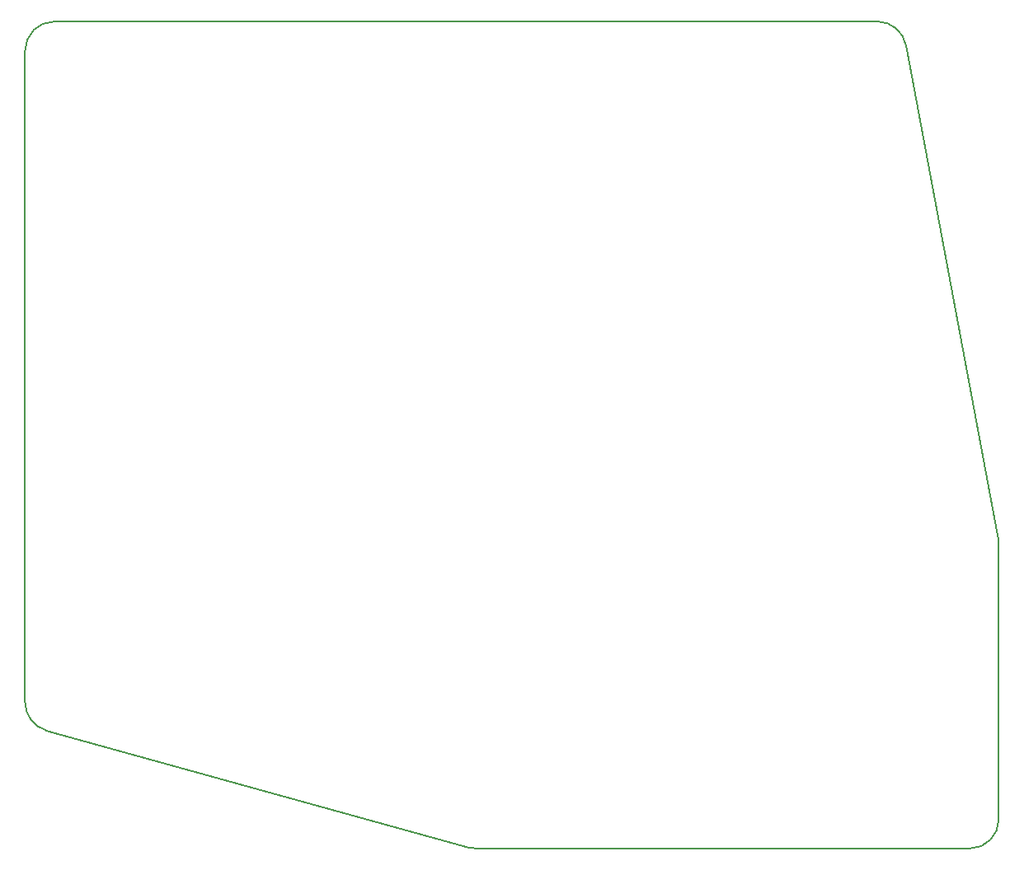
<source format=gm1>
%TF.GenerationSoftware,KiCad,Pcbnew,7.0.1*%
%TF.CreationDate,2023-05-01T00:07:52-04:00*%
%TF.ProjectId,mosaic,6d6f7361-6963-42e6-9b69-6361645f7063,v1.0.0*%
%TF.SameCoordinates,Original*%
%TF.FileFunction,Profile,NP*%
%FSLAX46Y46*%
G04 Gerber Fmt 4.6, Leading zero omitted, Abs format (unit mm)*
G04 Created by KiCad (PCBNEW 7.0.1) date 2023-05-01 00:07:52*
%MOMM*%
%LPD*%
G01*
G04 APERTURE LIST*
%TA.AperFunction,Profile*%
%ADD10C,0.150000*%
%TD*%
G04 APERTURE END LIST*
D10*
X234990000Y-147327438D02*
X234990000Y-175500000D01*
X225457022Y-95949829D02*
G75*
G03*
X222507906Y-93499999I-2949122J-550171D01*
G01*
X234989992Y-147327438D02*
G75*
G03*
X234939119Y-146777266I-2999992J38D01*
G01*
X225457027Y-95949828D02*
X234939120Y-146777266D01*
X180596684Y-178390947D02*
G75*
G03*
X181398154Y-178500000I801516J2890947D01*
G01*
X134999954Y-163468548D02*
G75*
G03*
X137198528Y-166359507I3000046J48D01*
G01*
X231990000Y-178500000D02*
X181398154Y-178500000D01*
X180596681Y-178390959D02*
X137198528Y-166359507D01*
X231990000Y-178500000D02*
G75*
G03*
X234990000Y-175500000I0J3000000D01*
G01*
X138000000Y-93500000D02*
X222507906Y-93500000D01*
X135000000Y-163468548D02*
X135000000Y-96500000D01*
X138000000Y-93500000D02*
G75*
G03*
X135000000Y-96500000I0J-3000000D01*
G01*
M02*

</source>
